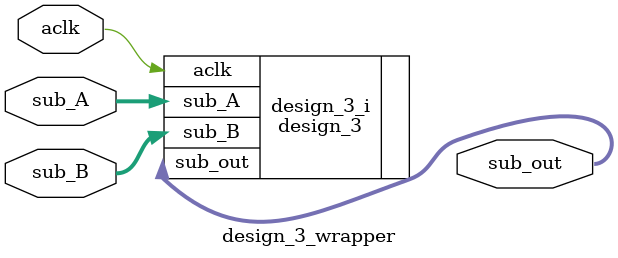
<source format=v>
`timescale 1 ps / 1 ps

module design_3_wrapper
   (aclk,
    sub_A,
    sub_B,
    sub_out);
  input aclk;
  input [31:0]sub_A;
  input [31:0]sub_B;
  output [31:0]sub_out;

  wire aclk;
  wire [31:0]sub_A;
  wire [31:0]sub_B;
  wire [31:0]sub_out;

  design_3 design_3_i
       (.aclk(aclk),
        .sub_A(sub_A),
        .sub_B(sub_B),
        .sub_out(sub_out));
endmodule

</source>
